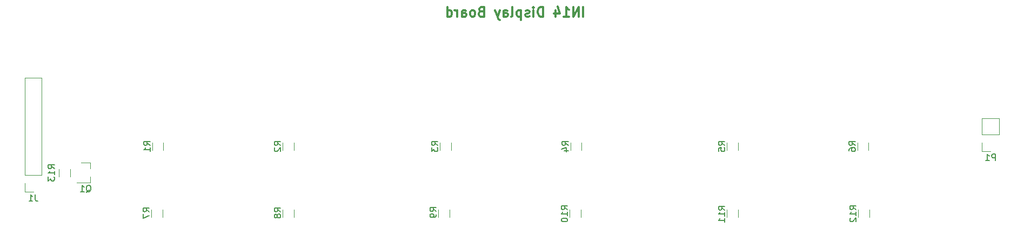
<source format=gbr>
G04 #@! TF.GenerationSoftware,KiCad,Pcbnew,(5.0.1)-4*
G04 #@! TF.CreationDate,2018-12-08T00:32:36+01:00*
G04 #@! TF.ProjectId,IN14_Display,494E31345F446973706C61792E6B6963,rev?*
G04 #@! TF.SameCoordinates,Original*
G04 #@! TF.FileFunction,Legend,Bot*
G04 #@! TF.FilePolarity,Positive*
%FSLAX46Y46*%
G04 Gerber Fmt 4.6, Leading zero omitted, Abs format (unit mm)*
G04 Created by KiCad (PCBNEW (5.0.1)-4) date 08.12.2018 00:32:36*
%MOMM*%
%LPD*%
G01*
G04 APERTURE LIST*
%ADD10C,0.300000*%
%ADD11C,0.120000*%
%ADD12C,0.150000*%
G04 APERTURE END LIST*
D10*
X154914857Y-78402571D02*
X154914857Y-76902571D01*
X154200571Y-78402571D02*
X154200571Y-76902571D01*
X153343428Y-78402571D01*
X153343428Y-76902571D01*
X151843428Y-78402571D02*
X152700571Y-78402571D01*
X152272000Y-78402571D02*
X152272000Y-76902571D01*
X152414857Y-77116857D01*
X152557714Y-77259714D01*
X152700571Y-77331142D01*
X150557714Y-77402571D02*
X150557714Y-78402571D01*
X150914857Y-76831142D02*
X151272000Y-77902571D01*
X150343428Y-77902571D01*
X148629142Y-78402571D02*
X148629142Y-76902571D01*
X148272000Y-76902571D01*
X148057714Y-76974000D01*
X147914857Y-77116857D01*
X147843428Y-77259714D01*
X147772000Y-77545428D01*
X147772000Y-77759714D01*
X147843428Y-78045428D01*
X147914857Y-78188285D01*
X148057714Y-78331142D01*
X148272000Y-78402571D01*
X148629142Y-78402571D01*
X147129142Y-78402571D02*
X147129142Y-77402571D01*
X147129142Y-76902571D02*
X147200571Y-76974000D01*
X147129142Y-77045428D01*
X147057714Y-76974000D01*
X147129142Y-76902571D01*
X147129142Y-77045428D01*
X146486285Y-78331142D02*
X146343428Y-78402571D01*
X146057714Y-78402571D01*
X145914857Y-78331142D01*
X145843428Y-78188285D01*
X145843428Y-78116857D01*
X145914857Y-77974000D01*
X146057714Y-77902571D01*
X146272000Y-77902571D01*
X146414857Y-77831142D01*
X146486285Y-77688285D01*
X146486285Y-77616857D01*
X146414857Y-77474000D01*
X146272000Y-77402571D01*
X146057714Y-77402571D01*
X145914857Y-77474000D01*
X145200571Y-77402571D02*
X145200571Y-78902571D01*
X145200571Y-77474000D02*
X145057714Y-77402571D01*
X144772000Y-77402571D01*
X144629142Y-77474000D01*
X144557714Y-77545428D01*
X144486285Y-77688285D01*
X144486285Y-78116857D01*
X144557714Y-78259714D01*
X144629142Y-78331142D01*
X144772000Y-78402571D01*
X145057714Y-78402571D01*
X145200571Y-78331142D01*
X143629142Y-78402571D02*
X143772000Y-78331142D01*
X143843428Y-78188285D01*
X143843428Y-76902571D01*
X142414857Y-78402571D02*
X142414857Y-77616857D01*
X142486285Y-77474000D01*
X142629142Y-77402571D01*
X142914857Y-77402571D01*
X143057714Y-77474000D01*
X142414857Y-78331142D02*
X142557714Y-78402571D01*
X142914857Y-78402571D01*
X143057714Y-78331142D01*
X143129142Y-78188285D01*
X143129142Y-78045428D01*
X143057714Y-77902571D01*
X142914857Y-77831142D01*
X142557714Y-77831142D01*
X142414857Y-77759714D01*
X141843428Y-77402571D02*
X141486285Y-78402571D01*
X141129142Y-77402571D02*
X141486285Y-78402571D01*
X141629142Y-78759714D01*
X141700571Y-78831142D01*
X141843428Y-78902571D01*
X138914857Y-77616857D02*
X138700571Y-77688285D01*
X138629142Y-77759714D01*
X138557714Y-77902571D01*
X138557714Y-78116857D01*
X138629142Y-78259714D01*
X138700571Y-78331142D01*
X138843428Y-78402571D01*
X139414857Y-78402571D01*
X139414857Y-76902571D01*
X138914857Y-76902571D01*
X138772000Y-76974000D01*
X138700571Y-77045428D01*
X138629142Y-77188285D01*
X138629142Y-77331142D01*
X138700571Y-77474000D01*
X138772000Y-77545428D01*
X138914857Y-77616857D01*
X139414857Y-77616857D01*
X137700571Y-78402571D02*
X137843428Y-78331142D01*
X137914857Y-78259714D01*
X137986285Y-78116857D01*
X137986285Y-77688285D01*
X137914857Y-77545428D01*
X137843428Y-77474000D01*
X137700571Y-77402571D01*
X137486285Y-77402571D01*
X137343428Y-77474000D01*
X137272000Y-77545428D01*
X137200571Y-77688285D01*
X137200571Y-78116857D01*
X137272000Y-78259714D01*
X137343428Y-78331142D01*
X137486285Y-78402571D01*
X137700571Y-78402571D01*
X135914857Y-78402571D02*
X135914857Y-77616857D01*
X135986285Y-77474000D01*
X136129142Y-77402571D01*
X136414857Y-77402571D01*
X136557714Y-77474000D01*
X135914857Y-78331142D02*
X136057714Y-78402571D01*
X136414857Y-78402571D01*
X136557714Y-78331142D01*
X136629142Y-78188285D01*
X136629142Y-78045428D01*
X136557714Y-77902571D01*
X136414857Y-77831142D01*
X136057714Y-77831142D01*
X135914857Y-77759714D01*
X135200571Y-78402571D02*
X135200571Y-77402571D01*
X135200571Y-77688285D02*
X135129142Y-77545428D01*
X135057714Y-77474000D01*
X134914857Y-77402571D01*
X134772000Y-77402571D01*
X133629142Y-78402571D02*
X133629142Y-76902571D01*
X133629142Y-78331142D02*
X133772000Y-78402571D01*
X134057714Y-78402571D01*
X134200571Y-78331142D01*
X134272000Y-78259714D01*
X134343428Y-78116857D01*
X134343428Y-77688285D01*
X134272000Y-77545428D01*
X134200571Y-77474000D01*
X134057714Y-77402571D01*
X133772000Y-77402571D01*
X133629142Y-77474000D01*
D11*
G04 #@! TO.C,R1*
X89145000Y-99340000D02*
X89145000Y-98140000D01*
X87385000Y-98140000D02*
X87385000Y-99340000D01*
G04 #@! TO.C,R2*
X109592000Y-99340000D02*
X109592000Y-98140000D01*
X107832000Y-98140000D02*
X107832000Y-99340000D01*
G04 #@! TO.C,R3*
X134230000Y-99340000D02*
X134230000Y-98140000D01*
X132470000Y-98140000D02*
X132470000Y-99340000D01*
G04 #@! TO.C,R4*
X154677000Y-99340000D02*
X154677000Y-98140000D01*
X152917000Y-98140000D02*
X152917000Y-99340000D01*
G04 #@! TO.C,R5*
X179188000Y-99340000D02*
X179188000Y-98140000D01*
X177428000Y-98140000D02*
X177428000Y-99340000D01*
G04 #@! TO.C,R6*
X199635000Y-99340000D02*
X199635000Y-98140000D01*
X197875000Y-98140000D02*
X197875000Y-99340000D01*
G04 #@! TO.C,R7*
X87258000Y-108620000D02*
X87258000Y-109820000D01*
X89018000Y-109820000D02*
X89018000Y-108620000D01*
G04 #@! TO.C,R8*
X107832000Y-108620000D02*
X107832000Y-109820000D01*
X109592000Y-109820000D02*
X109592000Y-108620000D01*
G04 #@! TO.C,R9*
X132216000Y-108620000D02*
X132216000Y-109820000D01*
X133976000Y-109820000D02*
X133976000Y-108620000D01*
G04 #@! TO.C,R10*
X152790000Y-108620000D02*
X152790000Y-109820000D01*
X154550000Y-109820000D02*
X154550000Y-108620000D01*
G04 #@! TO.C,R11*
X177428000Y-108620000D02*
X177428000Y-109820000D01*
X179188000Y-109820000D02*
X179188000Y-108620000D01*
G04 #@! TO.C,R12*
X198002000Y-108620000D02*
X198002000Y-109820000D01*
X199762000Y-109820000D02*
X199762000Y-108620000D01*
G04 #@! TO.C,R13*
X72780000Y-102270000D02*
X72780000Y-103470000D01*
X74540000Y-103470000D02*
X74540000Y-102270000D01*
G04 #@! TO.C,P1*
X217424000Y-94320000D02*
X220084000Y-94320000D01*
X217424000Y-96920000D02*
X217424000Y-94320000D01*
X220084000Y-96920000D02*
X220084000Y-94320000D01*
X217424000Y-96920000D02*
X220084000Y-96920000D01*
X217424000Y-98190000D02*
X217424000Y-99520000D01*
X217424000Y-99520000D02*
X218754000Y-99520000D01*
G04 #@! TO.C,Q1*
X77722000Y-101290000D02*
X77722000Y-102220000D01*
X77722000Y-104450000D02*
X77722000Y-103520000D01*
X77722000Y-104450000D02*
X75562000Y-104450000D01*
X77722000Y-101290000D02*
X76262000Y-101290000D01*
G04 #@! TO.C,J1*
X67424000Y-87970000D02*
X70084000Y-87970000D01*
X67424000Y-103270000D02*
X67424000Y-87970000D01*
X70084000Y-103270000D02*
X70084000Y-87970000D01*
X67424000Y-103270000D02*
X70084000Y-103270000D01*
X67424000Y-104540000D02*
X67424000Y-105870000D01*
X67424000Y-105870000D02*
X68754000Y-105870000D01*
G04 #@! TO.C,R1*
D12*
X87067380Y-98573333D02*
X86591190Y-98240000D01*
X87067380Y-98001904D02*
X86067380Y-98001904D01*
X86067380Y-98382857D01*
X86115000Y-98478095D01*
X86162619Y-98525714D01*
X86257857Y-98573333D01*
X86400714Y-98573333D01*
X86495952Y-98525714D01*
X86543571Y-98478095D01*
X86591190Y-98382857D01*
X86591190Y-98001904D01*
X87067380Y-99525714D02*
X87067380Y-98954285D01*
X87067380Y-99240000D02*
X86067380Y-99240000D01*
X86210238Y-99144761D01*
X86305476Y-99049523D01*
X86353095Y-98954285D01*
G04 #@! TO.C,R2*
X107514380Y-98573333D02*
X107038190Y-98240000D01*
X107514380Y-98001904D02*
X106514380Y-98001904D01*
X106514380Y-98382857D01*
X106562000Y-98478095D01*
X106609619Y-98525714D01*
X106704857Y-98573333D01*
X106847714Y-98573333D01*
X106942952Y-98525714D01*
X106990571Y-98478095D01*
X107038190Y-98382857D01*
X107038190Y-98001904D01*
X106609619Y-98954285D02*
X106562000Y-99001904D01*
X106514380Y-99097142D01*
X106514380Y-99335238D01*
X106562000Y-99430476D01*
X106609619Y-99478095D01*
X106704857Y-99525714D01*
X106800095Y-99525714D01*
X106942952Y-99478095D01*
X107514380Y-98906666D01*
X107514380Y-99525714D01*
G04 #@! TO.C,R3*
X132152380Y-98573333D02*
X131676190Y-98240000D01*
X132152380Y-98001904D02*
X131152380Y-98001904D01*
X131152380Y-98382857D01*
X131200000Y-98478095D01*
X131247619Y-98525714D01*
X131342857Y-98573333D01*
X131485714Y-98573333D01*
X131580952Y-98525714D01*
X131628571Y-98478095D01*
X131676190Y-98382857D01*
X131676190Y-98001904D01*
X131152380Y-98906666D02*
X131152380Y-99525714D01*
X131533333Y-99192380D01*
X131533333Y-99335238D01*
X131580952Y-99430476D01*
X131628571Y-99478095D01*
X131723809Y-99525714D01*
X131961904Y-99525714D01*
X132057142Y-99478095D01*
X132104761Y-99430476D01*
X132152380Y-99335238D01*
X132152380Y-99049523D01*
X132104761Y-98954285D01*
X132057142Y-98906666D01*
G04 #@! TO.C,R4*
X152599380Y-98573333D02*
X152123190Y-98240000D01*
X152599380Y-98001904D02*
X151599380Y-98001904D01*
X151599380Y-98382857D01*
X151647000Y-98478095D01*
X151694619Y-98525714D01*
X151789857Y-98573333D01*
X151932714Y-98573333D01*
X152027952Y-98525714D01*
X152075571Y-98478095D01*
X152123190Y-98382857D01*
X152123190Y-98001904D01*
X151932714Y-99430476D02*
X152599380Y-99430476D01*
X151551761Y-99192380D02*
X152266047Y-98954285D01*
X152266047Y-99573333D01*
G04 #@! TO.C,R5*
X177110380Y-98573333D02*
X176634190Y-98240000D01*
X177110380Y-98001904D02*
X176110380Y-98001904D01*
X176110380Y-98382857D01*
X176158000Y-98478095D01*
X176205619Y-98525714D01*
X176300857Y-98573333D01*
X176443714Y-98573333D01*
X176538952Y-98525714D01*
X176586571Y-98478095D01*
X176634190Y-98382857D01*
X176634190Y-98001904D01*
X176110380Y-99478095D02*
X176110380Y-99001904D01*
X176586571Y-98954285D01*
X176538952Y-99001904D01*
X176491333Y-99097142D01*
X176491333Y-99335238D01*
X176538952Y-99430476D01*
X176586571Y-99478095D01*
X176681809Y-99525714D01*
X176919904Y-99525714D01*
X177015142Y-99478095D01*
X177062761Y-99430476D01*
X177110380Y-99335238D01*
X177110380Y-99097142D01*
X177062761Y-99001904D01*
X177015142Y-98954285D01*
G04 #@! TO.C,R6*
X197557380Y-98573333D02*
X197081190Y-98240000D01*
X197557380Y-98001904D02*
X196557380Y-98001904D01*
X196557380Y-98382857D01*
X196605000Y-98478095D01*
X196652619Y-98525714D01*
X196747857Y-98573333D01*
X196890714Y-98573333D01*
X196985952Y-98525714D01*
X197033571Y-98478095D01*
X197081190Y-98382857D01*
X197081190Y-98001904D01*
X196557380Y-99430476D02*
X196557380Y-99240000D01*
X196605000Y-99144761D01*
X196652619Y-99097142D01*
X196795476Y-99001904D01*
X196985952Y-98954285D01*
X197366904Y-98954285D01*
X197462142Y-99001904D01*
X197509761Y-99049523D01*
X197557380Y-99144761D01*
X197557380Y-99335238D01*
X197509761Y-99430476D01*
X197462142Y-99478095D01*
X197366904Y-99525714D01*
X197128809Y-99525714D01*
X197033571Y-99478095D01*
X196985952Y-99430476D01*
X196938333Y-99335238D01*
X196938333Y-99144761D01*
X196985952Y-99049523D01*
X197033571Y-99001904D01*
X197128809Y-98954285D01*
G04 #@! TO.C,R7*
X86939380Y-108992333D02*
X86463190Y-108659000D01*
X86939380Y-108420904D02*
X85939380Y-108420904D01*
X85939380Y-108801857D01*
X85987000Y-108897095D01*
X86034619Y-108944714D01*
X86129857Y-108992333D01*
X86272714Y-108992333D01*
X86367952Y-108944714D01*
X86415571Y-108897095D01*
X86463190Y-108801857D01*
X86463190Y-108420904D01*
X85939380Y-109325666D02*
X85939380Y-109992333D01*
X86939380Y-109563761D01*
G04 #@! TO.C,R8*
X107513380Y-108992333D02*
X107037190Y-108659000D01*
X107513380Y-108420904D02*
X106513380Y-108420904D01*
X106513380Y-108801857D01*
X106561000Y-108897095D01*
X106608619Y-108944714D01*
X106703857Y-108992333D01*
X106846714Y-108992333D01*
X106941952Y-108944714D01*
X106989571Y-108897095D01*
X107037190Y-108801857D01*
X107037190Y-108420904D01*
X106941952Y-109563761D02*
X106894333Y-109468523D01*
X106846714Y-109420904D01*
X106751476Y-109373285D01*
X106703857Y-109373285D01*
X106608619Y-109420904D01*
X106561000Y-109468523D01*
X106513380Y-109563761D01*
X106513380Y-109754238D01*
X106561000Y-109849476D01*
X106608619Y-109897095D01*
X106703857Y-109944714D01*
X106751476Y-109944714D01*
X106846714Y-109897095D01*
X106894333Y-109849476D01*
X106941952Y-109754238D01*
X106941952Y-109563761D01*
X106989571Y-109468523D01*
X107037190Y-109420904D01*
X107132428Y-109373285D01*
X107322904Y-109373285D01*
X107418142Y-109420904D01*
X107465761Y-109468523D01*
X107513380Y-109563761D01*
X107513380Y-109754238D01*
X107465761Y-109849476D01*
X107418142Y-109897095D01*
X107322904Y-109944714D01*
X107132428Y-109944714D01*
X107037190Y-109897095D01*
X106989571Y-109849476D01*
X106941952Y-109754238D01*
G04 #@! TO.C,R9*
X131897380Y-108926333D02*
X131421190Y-108593000D01*
X131897380Y-108354904D02*
X130897380Y-108354904D01*
X130897380Y-108735857D01*
X130945000Y-108831095D01*
X130992619Y-108878714D01*
X131087857Y-108926333D01*
X131230714Y-108926333D01*
X131325952Y-108878714D01*
X131373571Y-108831095D01*
X131421190Y-108735857D01*
X131421190Y-108354904D01*
X131897380Y-109402523D02*
X131897380Y-109593000D01*
X131849761Y-109688238D01*
X131802142Y-109735857D01*
X131659285Y-109831095D01*
X131468809Y-109878714D01*
X131087857Y-109878714D01*
X130992619Y-109831095D01*
X130945000Y-109783476D01*
X130897380Y-109688238D01*
X130897380Y-109497761D01*
X130945000Y-109402523D01*
X130992619Y-109354904D01*
X131087857Y-109307285D01*
X131325952Y-109307285D01*
X131421190Y-109354904D01*
X131468809Y-109402523D01*
X131516428Y-109497761D01*
X131516428Y-109688238D01*
X131468809Y-109783476D01*
X131421190Y-109831095D01*
X131325952Y-109878714D01*
G04 #@! TO.C,R10*
X152471380Y-108638142D02*
X151995190Y-108304809D01*
X152471380Y-108066714D02*
X151471380Y-108066714D01*
X151471380Y-108447666D01*
X151519000Y-108542904D01*
X151566619Y-108590523D01*
X151661857Y-108638142D01*
X151804714Y-108638142D01*
X151899952Y-108590523D01*
X151947571Y-108542904D01*
X151995190Y-108447666D01*
X151995190Y-108066714D01*
X152471380Y-109590523D02*
X152471380Y-109019095D01*
X152471380Y-109304809D02*
X151471380Y-109304809D01*
X151614238Y-109209571D01*
X151709476Y-109114333D01*
X151757095Y-109019095D01*
X151471380Y-110209571D02*
X151471380Y-110304809D01*
X151519000Y-110400047D01*
X151566619Y-110447666D01*
X151661857Y-110495285D01*
X151852333Y-110542904D01*
X152090428Y-110542904D01*
X152280904Y-110495285D01*
X152376142Y-110447666D01*
X152423761Y-110400047D01*
X152471380Y-110304809D01*
X152471380Y-110209571D01*
X152423761Y-110114333D01*
X152376142Y-110066714D01*
X152280904Y-110019095D01*
X152090428Y-109971476D01*
X151852333Y-109971476D01*
X151661857Y-110019095D01*
X151566619Y-110066714D01*
X151519000Y-110114333D01*
X151471380Y-110209571D01*
G04 #@! TO.C,R11*
X177109380Y-108704142D02*
X176633190Y-108370809D01*
X177109380Y-108132714D02*
X176109380Y-108132714D01*
X176109380Y-108513666D01*
X176157000Y-108608904D01*
X176204619Y-108656523D01*
X176299857Y-108704142D01*
X176442714Y-108704142D01*
X176537952Y-108656523D01*
X176585571Y-108608904D01*
X176633190Y-108513666D01*
X176633190Y-108132714D01*
X177109380Y-109656523D02*
X177109380Y-109085095D01*
X177109380Y-109370809D02*
X176109380Y-109370809D01*
X176252238Y-109275571D01*
X176347476Y-109180333D01*
X176395095Y-109085095D01*
X177109380Y-110608904D02*
X177109380Y-110037476D01*
X177109380Y-110323190D02*
X176109380Y-110323190D01*
X176252238Y-110227952D01*
X176347476Y-110132714D01*
X176395095Y-110037476D01*
G04 #@! TO.C,R12*
X197683380Y-108643142D02*
X197207190Y-108309809D01*
X197683380Y-108071714D02*
X196683380Y-108071714D01*
X196683380Y-108452666D01*
X196731000Y-108547904D01*
X196778619Y-108595523D01*
X196873857Y-108643142D01*
X197016714Y-108643142D01*
X197111952Y-108595523D01*
X197159571Y-108547904D01*
X197207190Y-108452666D01*
X197207190Y-108071714D01*
X197683380Y-109595523D02*
X197683380Y-109024095D01*
X197683380Y-109309809D02*
X196683380Y-109309809D01*
X196826238Y-109214571D01*
X196921476Y-109119333D01*
X196969095Y-109024095D01*
X196778619Y-109976476D02*
X196731000Y-110024095D01*
X196683380Y-110119333D01*
X196683380Y-110357428D01*
X196731000Y-110452666D01*
X196778619Y-110500285D01*
X196873857Y-110547904D01*
X196969095Y-110547904D01*
X197111952Y-110500285D01*
X197683380Y-109928857D01*
X197683380Y-110547904D01*
G04 #@! TO.C,R13*
X72080380Y-102227142D02*
X71604190Y-101893809D01*
X72080380Y-101655714D02*
X71080380Y-101655714D01*
X71080380Y-102036666D01*
X71128000Y-102131904D01*
X71175619Y-102179523D01*
X71270857Y-102227142D01*
X71413714Y-102227142D01*
X71508952Y-102179523D01*
X71556571Y-102131904D01*
X71604190Y-102036666D01*
X71604190Y-101655714D01*
X72080380Y-103179523D02*
X72080380Y-102608095D01*
X72080380Y-102893809D02*
X71080380Y-102893809D01*
X71223238Y-102798571D01*
X71318476Y-102703333D01*
X71366095Y-102608095D01*
X71080380Y-103512857D02*
X71080380Y-104131904D01*
X71461333Y-103798571D01*
X71461333Y-103941428D01*
X71508952Y-104036666D01*
X71556571Y-104084285D01*
X71651809Y-104131904D01*
X71889904Y-104131904D01*
X71985142Y-104084285D01*
X72032761Y-104036666D01*
X72080380Y-103941428D01*
X72080380Y-103655714D01*
X72032761Y-103560476D01*
X71985142Y-103512857D01*
G04 #@! TO.C,P1*
X219492095Y-100972380D02*
X219492095Y-99972380D01*
X219111142Y-99972380D01*
X219015904Y-100020000D01*
X218968285Y-100067619D01*
X218920666Y-100162857D01*
X218920666Y-100305714D01*
X218968285Y-100400952D01*
X219015904Y-100448571D01*
X219111142Y-100496190D01*
X219492095Y-100496190D01*
X217968285Y-100972380D02*
X218539714Y-100972380D01*
X218254000Y-100972380D02*
X218254000Y-99972380D01*
X218349238Y-100115238D01*
X218444476Y-100210476D01*
X218539714Y-100258095D01*
G04 #@! TO.C,Q1*
X77057238Y-105917619D02*
X77152476Y-105870000D01*
X77247714Y-105774761D01*
X77390571Y-105631904D01*
X77485809Y-105584285D01*
X77581047Y-105584285D01*
X77533428Y-105822380D02*
X77628666Y-105774761D01*
X77723904Y-105679523D01*
X77771523Y-105489047D01*
X77771523Y-105155714D01*
X77723904Y-104965238D01*
X77628666Y-104870000D01*
X77533428Y-104822380D01*
X77342952Y-104822380D01*
X77247714Y-104870000D01*
X77152476Y-104965238D01*
X77104857Y-105155714D01*
X77104857Y-105489047D01*
X77152476Y-105679523D01*
X77247714Y-105774761D01*
X77342952Y-105822380D01*
X77533428Y-105822380D01*
X76152476Y-105822380D02*
X76723904Y-105822380D01*
X76438190Y-105822380D02*
X76438190Y-104822380D01*
X76533428Y-104965238D01*
X76628666Y-105060476D01*
X76723904Y-105108095D01*
G04 #@! TO.C,J1*
X69087333Y-106322380D02*
X69087333Y-107036666D01*
X69134952Y-107179523D01*
X69230190Y-107274761D01*
X69373047Y-107322380D01*
X69468285Y-107322380D01*
X68087333Y-107322380D02*
X68658761Y-107322380D01*
X68373047Y-107322380D02*
X68373047Y-106322380D01*
X68468285Y-106465238D01*
X68563523Y-106560476D01*
X68658761Y-106608095D01*
G04 #@! TD*
M02*

</source>
